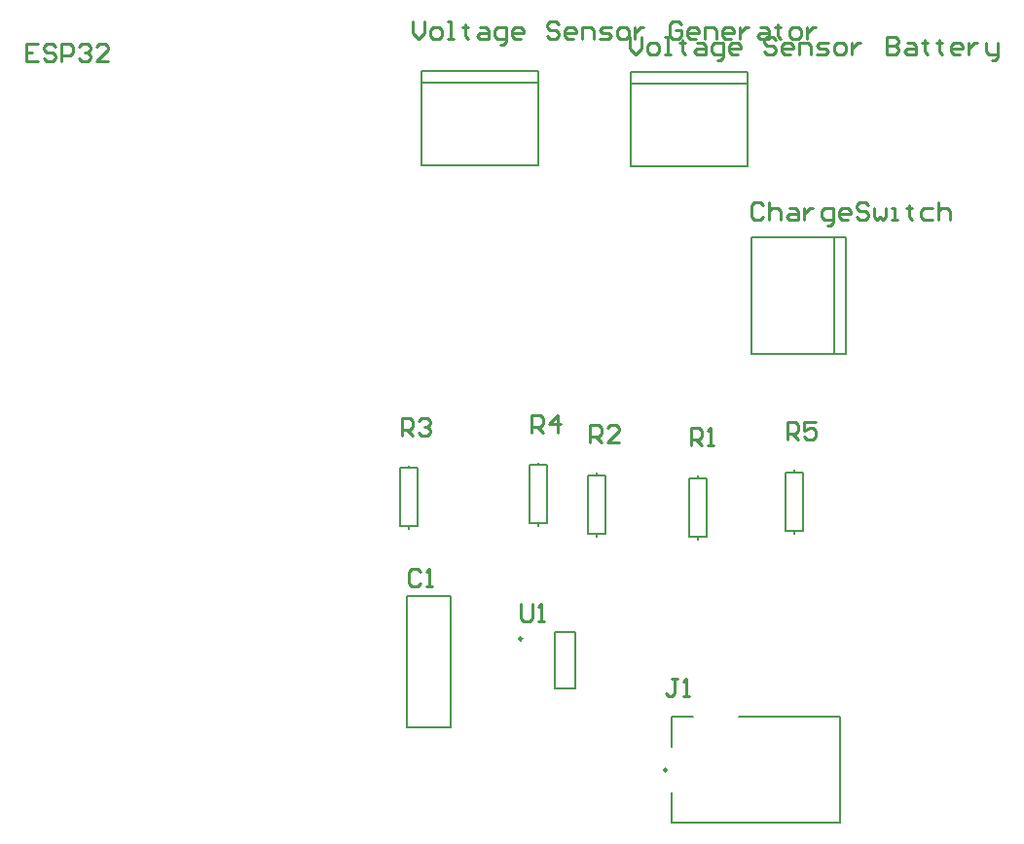
<source format=gto>
G04*
G04 #@! TF.GenerationSoftware,Altium Limited,Altium Designer,23.2.1 (34)*
G04*
G04 Layer_Color=65535*
%FSLAX44Y44*%
%MOMM*%
G71*
G04*
G04 #@! TF.SameCoordinates,FBD9A347-9EDB-47C0-AAAE-CD2F767B64E6*
G04*
G04*
G04 #@! TF.FilePolarity,Positive*
G04*
G01*
G75*
%ADD10C,0.2500*%
%ADD11C,0.2000*%
%ADD12C,0.1270*%
%ADD13C,0.2540*%
D10*
X743800Y774700D02*
G03*
X743800Y774700I-1250J0D01*
G01*
X869840Y660400D02*
G03*
X869840Y660400I-1250J0D01*
G01*
D11*
X772260Y731150D02*
Y780150D01*
Y731150D02*
X789840D01*
Y780150D01*
X772260D02*
X789840D01*
X643890Y811530D02*
X681990D01*
Y697230D02*
Y811530D01*
X643890Y697230D02*
X681990D01*
X643890D02*
Y811530D01*
X972820Y919480D02*
X980440D01*
X972820Y868680D02*
Y919480D01*
Y868680D02*
X988060D01*
Y919480D01*
X980440D02*
X988060D01*
X980440Y866394D02*
Y868680D01*
Y919480D02*
Y921766D01*
X932090Y706400D02*
X1020340D01*
X874340D02*
X892590D01*
X874340Y614400D02*
Y640650D01*
Y680150D02*
Y706400D01*
Y614400D02*
X1020340D01*
Y706400D01*
X889000Y914400D02*
X896620D01*
X889000Y863600D02*
Y914400D01*
Y863600D02*
X904240D01*
Y914400D01*
X896620D02*
X904240D01*
X896620Y861314D02*
Y863600D01*
Y914400D02*
Y916686D01*
X801370Y916940D02*
X808990D01*
X801370Y866140D02*
Y916940D01*
Y866140D02*
X816610D01*
Y916940D01*
X808990D02*
X816610D01*
X808990Y863854D02*
Y866140D01*
Y916940D02*
Y919226D01*
X637540Y923290D02*
X645160D01*
X637540Y872490D02*
Y923290D01*
Y872490D02*
X652780D01*
Y923290D01*
X645160D02*
X652780D01*
X645160Y870204D02*
Y872490D01*
Y923290D02*
Y925576D01*
X750570Y925830D02*
X758190D01*
X750570Y875030D02*
Y925830D01*
Y875030D02*
X765810D01*
Y925830D01*
X758190D02*
X765810D01*
X758190Y872744D02*
Y875030D01*
Y925830D02*
Y928116D01*
D12*
X656590Y1187090D02*
X758190D01*
X656590D02*
Y1259090D01*
Y1269090D01*
X758190D01*
Y1259090D02*
Y1269090D01*
Y1187090D02*
Y1259090D01*
X656590D02*
X758190D01*
X943250Y1022350D02*
Y1123950D01*
X1015250D01*
X1025250D01*
Y1022350D02*
Y1123950D01*
X1015250Y1022350D02*
X1025250D01*
X943250D02*
X1015250D01*
Y1123950D01*
X838200Y1185820D02*
X939800D01*
X838200D02*
Y1257820D01*
Y1267820D01*
X939800D01*
Y1257820D02*
Y1267820D01*
Y1185820D02*
Y1257820D01*
X838200D02*
X939800D01*
D13*
X742696Y804921D02*
Y792225D01*
X745235Y789686D01*
X750313D01*
X752853Y792225D01*
Y804921D01*
X757931Y789686D02*
X763009D01*
X760470D01*
Y804921D01*
X757931Y802382D01*
X655571Y832862D02*
X653031Y835401D01*
X647953D01*
X645414Y832862D01*
Y822705D01*
X647953Y820166D01*
X653031D01*
X655571Y822705D01*
X660649Y820166D02*
X665727D01*
X663188D01*
Y835401D01*
X660649Y832862D01*
X649027Y1311907D02*
Y1301750D01*
X654105Y1296672D01*
X659183Y1301750D01*
Y1311907D01*
X666801Y1296672D02*
X671879D01*
X674418Y1299211D01*
Y1304289D01*
X671879Y1306828D01*
X666801D01*
X664262Y1304289D01*
Y1299211D01*
X666801Y1296672D01*
X679497D02*
X684575D01*
X682036D01*
Y1311907D01*
X679497D01*
X694732Y1309368D02*
Y1306828D01*
X692193D01*
X697271D01*
X694732D01*
Y1299211D01*
X697271Y1296672D01*
X707428Y1306828D02*
X712506D01*
X715045Y1304289D01*
Y1296672D01*
X707428D01*
X704889Y1299211D01*
X707428Y1301750D01*
X715045D01*
X725202Y1291593D02*
X727741D01*
X730280Y1294133D01*
Y1306828D01*
X722663D01*
X720124Y1304289D01*
Y1299211D01*
X722663Y1296672D01*
X730280D01*
X742976D02*
X737898D01*
X735359Y1299211D01*
Y1304289D01*
X737898Y1306828D01*
X742976D01*
X745516Y1304289D01*
Y1301750D01*
X735359D01*
X775986Y1309368D02*
X773446Y1311907D01*
X768368D01*
X765829Y1309368D01*
Y1306828D01*
X768368Y1304289D01*
X773446D01*
X775986Y1301750D01*
Y1299211D01*
X773446Y1296672D01*
X768368D01*
X765829Y1299211D01*
X788681Y1296672D02*
X783603D01*
X781064Y1299211D01*
Y1304289D01*
X783603Y1306828D01*
X788681D01*
X791221Y1304289D01*
Y1301750D01*
X781064D01*
X796299Y1296672D02*
Y1306828D01*
X803917D01*
X806456Y1304289D01*
Y1296672D01*
X811534D02*
X819152D01*
X821691Y1299211D01*
X819152Y1301750D01*
X814073D01*
X811534Y1304289D01*
X814073Y1306828D01*
X821691D01*
X829308Y1296672D02*
X834387D01*
X836926Y1299211D01*
Y1304289D01*
X834387Y1306828D01*
X829308D01*
X826769Y1304289D01*
Y1299211D01*
X829308Y1296672D01*
X842004Y1306828D02*
Y1296672D01*
Y1301750D01*
X844543Y1304289D01*
X847083Y1306828D01*
X849622D01*
X882631Y1309368D02*
X880092Y1311907D01*
X875014D01*
X872474Y1309368D01*
Y1299211D01*
X875014Y1296672D01*
X880092D01*
X882631Y1299211D01*
Y1304289D01*
X877553D01*
X895327Y1296672D02*
X890249D01*
X887710Y1299211D01*
Y1304289D01*
X890249Y1306828D01*
X895327D01*
X897866Y1304289D01*
Y1301750D01*
X887710D01*
X902944Y1296672D02*
Y1306828D01*
X910562D01*
X913101Y1304289D01*
Y1296672D01*
X925797D02*
X920719D01*
X918180Y1299211D01*
Y1304289D01*
X920719Y1306828D01*
X925797D01*
X928336Y1304289D01*
Y1301750D01*
X918180D01*
X933415Y1306828D02*
Y1296672D01*
Y1301750D01*
X935954Y1304289D01*
X938493Y1306828D01*
X941032D01*
X951189D02*
X956267D01*
X958807Y1304289D01*
Y1296672D01*
X951189D01*
X948650Y1299211D01*
X951189Y1301750D01*
X958807D01*
X966424Y1309368D02*
Y1306828D01*
X963885D01*
X968963D01*
X966424D01*
Y1299211D01*
X968963Y1296672D01*
X979120D02*
X984198D01*
X986737Y1299211D01*
Y1304289D01*
X984198Y1306828D01*
X979120D01*
X976581Y1304289D01*
Y1299211D01*
X979120Y1296672D01*
X991816Y1306828D02*
Y1296672D01*
Y1301750D01*
X994355Y1304289D01*
X996894Y1306828D01*
X999433D01*
X837946Y1298443D02*
Y1288286D01*
X843024Y1283208D01*
X848103Y1288286D01*
Y1298443D01*
X855720Y1283208D02*
X860799D01*
X863338Y1285747D01*
Y1290826D01*
X860799Y1293365D01*
X855720D01*
X853181Y1290826D01*
Y1285747D01*
X855720Y1283208D01*
X868416D02*
X873494D01*
X870955D01*
Y1298443D01*
X868416D01*
X883651Y1295904D02*
Y1293365D01*
X881112D01*
X886190D01*
X883651D01*
Y1285747D01*
X886190Y1283208D01*
X896347Y1293365D02*
X901425D01*
X903965Y1290826D01*
Y1283208D01*
X896347D01*
X893808Y1285747D01*
X896347Y1288286D01*
X903965D01*
X914121Y1278130D02*
X916661D01*
X919200Y1280669D01*
Y1293365D01*
X911582D01*
X909043Y1290826D01*
Y1285747D01*
X911582Y1283208D01*
X919200D01*
X931896D02*
X926817D01*
X924278Y1285747D01*
Y1290826D01*
X926817Y1293365D01*
X931896D01*
X934435Y1290826D01*
Y1288286D01*
X924278D01*
X964905Y1295904D02*
X962366Y1298443D01*
X957287D01*
X954748Y1295904D01*
Y1293365D01*
X957287Y1290826D01*
X962366D01*
X964905Y1288286D01*
Y1285747D01*
X962366Y1283208D01*
X957287D01*
X954748Y1285747D01*
X977601Y1283208D02*
X972523D01*
X969983Y1285747D01*
Y1290826D01*
X972523Y1293365D01*
X977601D01*
X980140Y1290826D01*
Y1288286D01*
X969983D01*
X985218Y1283208D02*
Y1293365D01*
X992836D01*
X995375Y1290826D01*
Y1283208D01*
X1000453D02*
X1008071D01*
X1010610Y1285747D01*
X1008071Y1288286D01*
X1002993D01*
X1000453Y1290826D01*
X1002993Y1293365D01*
X1010610D01*
X1018228Y1283208D02*
X1023306D01*
X1025845Y1285747D01*
Y1290826D01*
X1023306Y1293365D01*
X1018228D01*
X1015688Y1290826D01*
Y1285747D01*
X1018228Y1283208D01*
X1030924Y1293365D02*
Y1283208D01*
Y1288286D01*
X1033463Y1290826D01*
X1036002Y1293365D01*
X1038541D01*
X1061394Y1298443D02*
Y1283208D01*
X1069011D01*
X1071550Y1285747D01*
Y1288286D01*
X1069011Y1290826D01*
X1061394D01*
X1069011D01*
X1071550Y1293365D01*
Y1295904D01*
X1069011Y1298443D01*
X1061394D01*
X1079168Y1293365D02*
X1084246D01*
X1086786Y1290826D01*
Y1283208D01*
X1079168D01*
X1076629Y1285747D01*
X1079168Y1288286D01*
X1086786D01*
X1094403Y1295904D02*
Y1293365D01*
X1091864D01*
X1096942D01*
X1094403D01*
Y1285747D01*
X1096942Y1283208D01*
X1107099Y1295904D02*
Y1293365D01*
X1104560D01*
X1109638D01*
X1107099D01*
Y1285747D01*
X1109638Y1283208D01*
X1124873D02*
X1119795D01*
X1117256Y1285747D01*
Y1290826D01*
X1119795Y1293365D01*
X1124873D01*
X1127412Y1290826D01*
Y1288286D01*
X1117256D01*
X1132491Y1293365D02*
Y1283208D01*
Y1288286D01*
X1135030Y1290826D01*
X1137569Y1293365D01*
X1140108D01*
X1147726D02*
Y1285747D01*
X1150265Y1283208D01*
X1157883D01*
Y1280669D01*
X1155343Y1278130D01*
X1152804D01*
X1157883Y1283208D02*
Y1293365D01*
X953259Y1152140D02*
X950720Y1154679D01*
X945641D01*
X943102Y1152140D01*
Y1141983D01*
X945641Y1139444D01*
X950720D01*
X953259Y1141983D01*
X958337Y1154679D02*
Y1139444D01*
Y1147061D01*
X960876Y1149601D01*
X965955D01*
X968494Y1147061D01*
Y1139444D01*
X976111Y1149601D02*
X981190D01*
X983729Y1147061D01*
Y1139444D01*
X976111D01*
X973572Y1141983D01*
X976111Y1144522D01*
X983729D01*
X988807Y1149601D02*
Y1139444D01*
Y1144522D01*
X991346Y1147061D01*
X993886Y1149601D01*
X996425D01*
X1009121Y1134366D02*
X1011660D01*
X1014199Y1136905D01*
Y1149601D01*
X1006581D01*
X1004042Y1147061D01*
Y1141983D01*
X1006581Y1139444D01*
X1014199D01*
X1026895D02*
X1021816D01*
X1019277Y1141983D01*
Y1147061D01*
X1021816Y1149601D01*
X1026895D01*
X1029434Y1147061D01*
Y1144522D01*
X1019277D01*
X1044669Y1152140D02*
X1042130Y1154679D01*
X1037052D01*
X1034512Y1152140D01*
Y1149601D01*
X1037052Y1147061D01*
X1042130D01*
X1044669Y1144522D01*
Y1141983D01*
X1042130Y1139444D01*
X1037052D01*
X1034512Y1141983D01*
X1049747Y1149601D02*
Y1141983D01*
X1052287Y1139444D01*
X1054826Y1141983D01*
X1057365Y1139444D01*
X1059904Y1141983D01*
Y1149601D01*
X1064983Y1139444D02*
X1070061D01*
X1067522D01*
Y1149601D01*
X1064983D01*
X1080218Y1152140D02*
Y1149601D01*
X1077679D01*
X1082757D01*
X1080218D01*
Y1141983D01*
X1082757Y1139444D01*
X1100531Y1149601D02*
X1092914D01*
X1090374Y1147061D01*
Y1141983D01*
X1092914Y1139444D01*
X1100531D01*
X1105609Y1154679D02*
Y1139444D01*
Y1147061D01*
X1108149Y1149601D01*
X1113227D01*
X1115766Y1147061D01*
Y1139444D01*
X974344Y947928D02*
Y963163D01*
X981962D01*
X984501Y960624D01*
Y955546D01*
X981962Y953006D01*
X974344D01*
X979422D02*
X984501Y947928D01*
X999736Y963163D02*
X989579D01*
Y955546D01*
X994657Y958085D01*
X997197D01*
X999736Y955546D01*
Y950467D01*
X997197Y947928D01*
X992118D01*
X989579Y950467D01*
X878837Y740151D02*
X873758D01*
X876298D01*
Y727455D01*
X873758Y724916D01*
X871219D01*
X868680Y727455D01*
X883915Y724916D02*
X888993D01*
X886454D01*
Y740151D01*
X883915Y737612D01*
X752094Y954278D02*
Y969513D01*
X759712D01*
X762251Y966974D01*
Y961896D01*
X759712Y959356D01*
X752094D01*
X757172D02*
X762251Y954278D01*
X774947D02*
Y969513D01*
X767329Y961896D01*
X777486D01*
X639064Y951738D02*
Y966973D01*
X646682D01*
X649221Y964434D01*
Y959355D01*
X646682Y956816D01*
X639064D01*
X644142D02*
X649221Y951738D01*
X654299Y964434D02*
X656838Y966973D01*
X661917D01*
X664456Y964434D01*
Y961895D01*
X661917Y959355D01*
X659377D01*
X661917D01*
X664456Y956816D01*
Y954277D01*
X661917Y951738D01*
X656838D01*
X654299Y954277D01*
X802894Y945388D02*
Y960623D01*
X810511D01*
X813051Y958084D01*
Y953006D01*
X810511Y950466D01*
X802894D01*
X807972D02*
X813051Y945388D01*
X828286D02*
X818129D01*
X828286Y955545D01*
Y958084D01*
X825747Y960623D01*
X820668D01*
X818129Y958084D01*
X890524Y942848D02*
Y958083D01*
X898141D01*
X900681Y955544D01*
Y950465D01*
X898141Y947926D01*
X890524D01*
X895602D02*
X900681Y942848D01*
X905759D02*
X910837D01*
X908298D01*
Y958083D01*
X905759Y955544D01*
X322450Y1292982D02*
X312293D01*
Y1277747D01*
X322450D01*
X312293Y1285365D02*
X317371D01*
X337685Y1290443D02*
X335146Y1292982D01*
X330067D01*
X327528Y1290443D01*
Y1287904D01*
X330067Y1285365D01*
X335146D01*
X337685Y1282825D01*
Y1280286D01*
X335146Y1277747D01*
X330067D01*
X327528Y1280286D01*
X342763Y1277747D02*
Y1292982D01*
X350381D01*
X352920Y1290443D01*
Y1285365D01*
X350381Y1282825D01*
X342763D01*
X357998Y1290443D02*
X360537Y1292982D01*
X365616D01*
X368155Y1290443D01*
Y1287904D01*
X365616Y1285365D01*
X363077D01*
X365616D01*
X368155Y1282825D01*
Y1280286D01*
X365616Y1277747D01*
X360537D01*
X357998Y1280286D01*
X383390Y1277747D02*
X373233D01*
X383390Y1287904D01*
Y1290443D01*
X380851Y1292982D01*
X375773D01*
X373233Y1290443D01*
M02*

</source>
